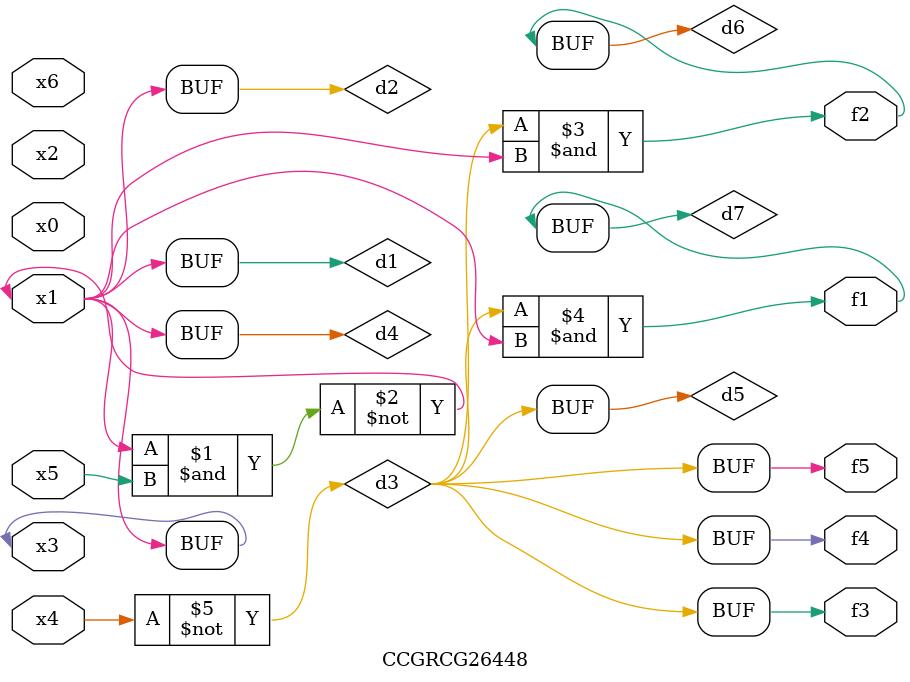
<source format=v>
module CCGRCG26448(
	input x0, x1, x2, x3, x4, x5, x6,
	output f1, f2, f3, f4, f5
);

	wire d1, d2, d3, d4, d5, d6, d7;

	buf (d1, x1, x3);
	nand (d2, x1, x5);
	not (d3, x4);
	buf (d4, d1, d2);
	buf (d5, d3);
	and (d6, d3, d4);
	and (d7, d3, d4);
	assign f1 = d7;
	assign f2 = d6;
	assign f3 = d5;
	assign f4 = d5;
	assign f5 = d5;
endmodule

</source>
